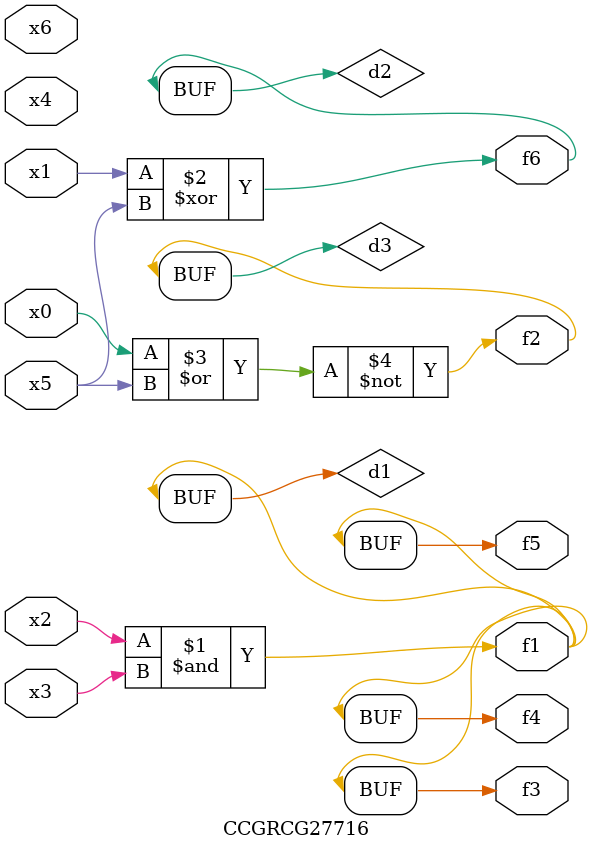
<source format=v>
module CCGRCG27716(
	input x0, x1, x2, x3, x4, x5, x6,
	output f1, f2, f3, f4, f5, f6
);

	wire d1, d2, d3;

	and (d1, x2, x3);
	xor (d2, x1, x5);
	nor (d3, x0, x5);
	assign f1 = d1;
	assign f2 = d3;
	assign f3 = d1;
	assign f4 = d1;
	assign f5 = d1;
	assign f6 = d2;
endmodule

</source>
